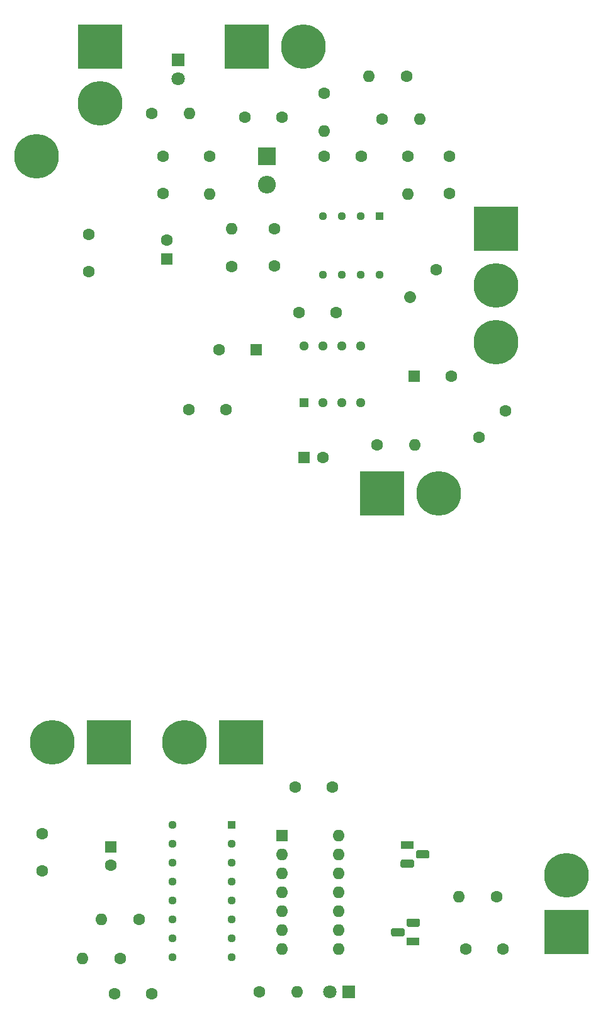
<source format=gbr>
G04 #@! TF.GenerationSoftware,KiCad,Pcbnew,5.1.5-1.fc30*
G04 #@! TF.CreationDate,2021-07-16T22:34:38+03:00*
G04 #@! TF.ProjectId,find-wire,66696e64-2d77-4697-9265-2e6b69636164,rev?*
G04 #@! TF.SameCoordinates,Original*
G04 #@! TF.FileFunction,Soldermask,Bot*
G04 #@! TF.FilePolarity,Negative*
%FSLAX46Y46*%
G04 Gerber Fmt 4.6, Leading zero omitted, Abs format (unit mm)*
G04 Created by KiCad (PCBNEW 5.1.5-1.fc30) date 2021-07-16 22:34:38*
%MOMM*%
%LPD*%
G04 APERTURE LIST*
%ADD10C,1.288000*%
%ADD11R,1.288000X1.288000*%
%ADD12C,1.130000*%
%ADD13R,1.130000X1.130000*%
%ADD14C,5.999480*%
%ADD15R,5.999480X5.999480*%
%ADD16O,1.600000X1.600000*%
%ADD17R,1.600000X1.600000*%
%ADD18C,1.600000*%
%ADD19C,1.600000*%
%ADD20R,1.800000X1.100000*%
%ADD21C,0.100000*%
%ADD22O,2.400000X2.400000*%
%ADD23R,2.400000X2.400000*%
%ADD24C,1.800000*%
%ADD25R,1.800000X1.800000*%
G04 APERTURE END LIST*
D10*
X80440000Y-63440000D03*
X82980000Y-63440000D03*
X85520000Y-63440000D03*
X88060000Y-63440000D03*
X88060000Y-71060000D03*
X85520000Y-71060000D03*
X82980000Y-71060000D03*
D11*
X80440000Y-71060000D03*
D12*
X90620000Y-53940000D03*
X88080000Y-53940000D03*
X85540000Y-53940000D03*
X83000000Y-53940000D03*
X83000000Y-46000000D03*
X85540000Y-46000000D03*
X88080000Y-46000000D03*
D13*
X90620000Y-46000000D03*
D12*
X62780000Y-127860000D03*
X62780000Y-130400000D03*
X62780000Y-132940000D03*
X62780000Y-135480000D03*
X62780000Y-138020000D03*
X62780000Y-140560000D03*
X62780000Y-143100000D03*
X62780000Y-145640000D03*
X70720000Y-145640000D03*
X70720000Y-143100000D03*
X70720000Y-140560000D03*
X70720000Y-138020000D03*
X70720000Y-135480000D03*
X70720000Y-132940000D03*
X70720000Y-130400000D03*
D13*
X70720000Y-127860000D03*
D14*
X115750000Y-134630000D03*
D15*
X115750000Y-142250000D03*
D16*
X85120000Y-129250000D03*
X77500000Y-144490000D03*
X85120000Y-131790000D03*
X77500000Y-141950000D03*
X85120000Y-134330000D03*
X77500000Y-139410000D03*
X85120000Y-136870000D03*
X77500000Y-136870000D03*
X85120000Y-139410000D03*
X77500000Y-134330000D03*
X85120000Y-141950000D03*
X77500000Y-131790000D03*
X85120000Y-144490000D03*
D17*
X77500000Y-129250000D03*
D14*
X53000000Y-30870000D03*
D15*
X53000000Y-23250000D03*
D14*
X64380000Y-116750000D03*
D15*
X72000000Y-116750000D03*
D14*
X106250000Y-62990000D03*
X106250000Y-55370000D03*
D15*
X106250000Y-47750000D03*
D16*
X67725895Y-43056319D03*
D18*
X67725895Y-37976319D03*
D16*
X65080000Y-32250000D03*
D18*
X60000000Y-32250000D03*
D16*
X95330000Y-76750000D03*
D18*
X90250000Y-76750000D03*
D19*
X94657898Y-56842102D02*
X94657898Y-56842102D01*
D18*
X98250000Y-53250000D03*
D16*
X70750000Y-47750000D03*
D18*
X70750000Y-52830000D03*
D16*
X96080000Y-33000000D03*
D18*
X91000000Y-33000000D03*
D16*
X83145652Y-34620079D03*
D18*
X83145652Y-29540079D03*
D16*
X89170000Y-27250000D03*
D18*
X94250000Y-27250000D03*
D16*
X94466364Y-43067554D03*
D18*
X94466364Y-37987554D03*
D16*
X101250000Y-137500000D03*
D18*
X106330000Y-137500000D03*
D16*
X79500000Y-150250000D03*
D18*
X74420000Y-150250000D03*
D16*
X53170000Y-140500000D03*
D18*
X58250000Y-140500000D03*
D16*
X50670000Y-145750000D03*
D18*
X55750000Y-145750000D03*
D20*
X95150000Y-143500000D03*
D21*
G36*
X95801955Y-140411324D02*
G01*
X95828650Y-140415284D01*
X95854828Y-140421841D01*
X95880238Y-140430933D01*
X95904634Y-140442472D01*
X95927782Y-140456346D01*
X95949458Y-140472422D01*
X95969454Y-140490546D01*
X95987578Y-140510542D01*
X96003654Y-140532218D01*
X96017528Y-140555366D01*
X96029067Y-140579762D01*
X96038159Y-140605172D01*
X96044716Y-140631350D01*
X96048676Y-140658045D01*
X96050000Y-140685000D01*
X96050000Y-141235000D01*
X96048676Y-141261955D01*
X96044716Y-141288650D01*
X96038159Y-141314828D01*
X96029067Y-141340238D01*
X96017528Y-141364634D01*
X96003654Y-141387782D01*
X95987578Y-141409458D01*
X95969454Y-141429454D01*
X95949458Y-141447578D01*
X95927782Y-141463654D01*
X95904634Y-141477528D01*
X95880238Y-141489067D01*
X95854828Y-141498159D01*
X95828650Y-141504716D01*
X95801955Y-141508676D01*
X95775000Y-141510000D01*
X94525000Y-141510000D01*
X94498045Y-141508676D01*
X94471350Y-141504716D01*
X94445172Y-141498159D01*
X94419762Y-141489067D01*
X94395366Y-141477528D01*
X94372218Y-141463654D01*
X94350542Y-141447578D01*
X94330546Y-141429454D01*
X94312422Y-141409458D01*
X94296346Y-141387782D01*
X94282472Y-141364634D01*
X94270933Y-141340238D01*
X94261841Y-141314828D01*
X94255284Y-141288650D01*
X94251324Y-141261955D01*
X94250000Y-141235000D01*
X94250000Y-140685000D01*
X94251324Y-140658045D01*
X94255284Y-140631350D01*
X94261841Y-140605172D01*
X94270933Y-140579762D01*
X94282472Y-140555366D01*
X94296346Y-140532218D01*
X94312422Y-140510542D01*
X94330546Y-140490546D01*
X94350542Y-140472422D01*
X94372218Y-140456346D01*
X94395366Y-140442472D01*
X94419762Y-140430933D01*
X94445172Y-140421841D01*
X94471350Y-140415284D01*
X94498045Y-140411324D01*
X94525000Y-140410000D01*
X95775000Y-140410000D01*
X95801955Y-140411324D01*
G37*
G36*
X93731955Y-141681324D02*
G01*
X93758650Y-141685284D01*
X93784828Y-141691841D01*
X93810238Y-141700933D01*
X93834634Y-141712472D01*
X93857782Y-141726346D01*
X93879458Y-141742422D01*
X93899454Y-141760546D01*
X93917578Y-141780542D01*
X93933654Y-141802218D01*
X93947528Y-141825366D01*
X93959067Y-141849762D01*
X93968159Y-141875172D01*
X93974716Y-141901350D01*
X93978676Y-141928045D01*
X93980000Y-141955000D01*
X93980000Y-142505000D01*
X93978676Y-142531955D01*
X93974716Y-142558650D01*
X93968159Y-142584828D01*
X93959067Y-142610238D01*
X93947528Y-142634634D01*
X93933654Y-142657782D01*
X93917578Y-142679458D01*
X93899454Y-142699454D01*
X93879458Y-142717578D01*
X93857782Y-142733654D01*
X93834634Y-142747528D01*
X93810238Y-142759067D01*
X93784828Y-142768159D01*
X93758650Y-142774716D01*
X93731955Y-142778676D01*
X93705000Y-142780000D01*
X92455000Y-142780000D01*
X92428045Y-142778676D01*
X92401350Y-142774716D01*
X92375172Y-142768159D01*
X92349762Y-142759067D01*
X92325366Y-142747528D01*
X92302218Y-142733654D01*
X92280542Y-142717578D01*
X92260546Y-142699454D01*
X92242422Y-142679458D01*
X92226346Y-142657782D01*
X92212472Y-142634634D01*
X92200933Y-142610238D01*
X92191841Y-142584828D01*
X92185284Y-142558650D01*
X92181324Y-142531955D01*
X92180000Y-142505000D01*
X92180000Y-141955000D01*
X92181324Y-141928045D01*
X92185284Y-141901350D01*
X92191841Y-141875172D01*
X92200933Y-141849762D01*
X92212472Y-141825366D01*
X92226346Y-141802218D01*
X92242422Y-141780542D01*
X92260546Y-141760546D01*
X92280542Y-141742422D01*
X92302218Y-141726346D01*
X92325366Y-141712472D01*
X92349762Y-141700933D01*
X92375172Y-141691841D01*
X92401350Y-141685284D01*
X92428045Y-141681324D01*
X92455000Y-141680000D01*
X93705000Y-141680000D01*
X93731955Y-141681324D01*
G37*
D20*
X94350000Y-130500000D03*
D21*
G36*
X95001955Y-132491324D02*
G01*
X95028650Y-132495284D01*
X95054828Y-132501841D01*
X95080238Y-132510933D01*
X95104634Y-132522472D01*
X95127782Y-132536346D01*
X95149458Y-132552422D01*
X95169454Y-132570546D01*
X95187578Y-132590542D01*
X95203654Y-132612218D01*
X95217528Y-132635366D01*
X95229067Y-132659762D01*
X95238159Y-132685172D01*
X95244716Y-132711350D01*
X95248676Y-132738045D01*
X95250000Y-132765000D01*
X95250000Y-133315000D01*
X95248676Y-133341955D01*
X95244716Y-133368650D01*
X95238159Y-133394828D01*
X95229067Y-133420238D01*
X95217528Y-133444634D01*
X95203654Y-133467782D01*
X95187578Y-133489458D01*
X95169454Y-133509454D01*
X95149458Y-133527578D01*
X95127782Y-133543654D01*
X95104634Y-133557528D01*
X95080238Y-133569067D01*
X95054828Y-133578159D01*
X95028650Y-133584716D01*
X95001955Y-133588676D01*
X94975000Y-133590000D01*
X93725000Y-133590000D01*
X93698045Y-133588676D01*
X93671350Y-133584716D01*
X93645172Y-133578159D01*
X93619762Y-133569067D01*
X93595366Y-133557528D01*
X93572218Y-133543654D01*
X93550542Y-133527578D01*
X93530546Y-133509454D01*
X93512422Y-133489458D01*
X93496346Y-133467782D01*
X93482472Y-133444634D01*
X93470933Y-133420238D01*
X93461841Y-133394828D01*
X93455284Y-133368650D01*
X93451324Y-133341955D01*
X93450000Y-133315000D01*
X93450000Y-132765000D01*
X93451324Y-132738045D01*
X93455284Y-132711350D01*
X93461841Y-132685172D01*
X93470933Y-132659762D01*
X93482472Y-132635366D01*
X93496346Y-132612218D01*
X93512422Y-132590542D01*
X93530546Y-132570546D01*
X93550542Y-132552422D01*
X93572218Y-132536346D01*
X93595366Y-132522472D01*
X93619762Y-132510933D01*
X93645172Y-132501841D01*
X93671350Y-132495284D01*
X93698045Y-132491324D01*
X93725000Y-132490000D01*
X94975000Y-132490000D01*
X95001955Y-132491324D01*
G37*
G36*
X97071955Y-131221324D02*
G01*
X97098650Y-131225284D01*
X97124828Y-131231841D01*
X97150238Y-131240933D01*
X97174634Y-131252472D01*
X97197782Y-131266346D01*
X97219458Y-131282422D01*
X97239454Y-131300546D01*
X97257578Y-131320542D01*
X97273654Y-131342218D01*
X97287528Y-131365366D01*
X97299067Y-131389762D01*
X97308159Y-131415172D01*
X97314716Y-131441350D01*
X97318676Y-131468045D01*
X97320000Y-131495000D01*
X97320000Y-132045000D01*
X97318676Y-132071955D01*
X97314716Y-132098650D01*
X97308159Y-132124828D01*
X97299067Y-132150238D01*
X97287528Y-132174634D01*
X97273654Y-132197782D01*
X97257578Y-132219458D01*
X97239454Y-132239454D01*
X97219458Y-132257578D01*
X97197782Y-132273654D01*
X97174634Y-132287528D01*
X97150238Y-132299067D01*
X97124828Y-132308159D01*
X97098650Y-132314716D01*
X97071955Y-132318676D01*
X97045000Y-132320000D01*
X95795000Y-132320000D01*
X95768045Y-132318676D01*
X95741350Y-132314716D01*
X95715172Y-132308159D01*
X95689762Y-132299067D01*
X95665366Y-132287528D01*
X95642218Y-132273654D01*
X95620542Y-132257578D01*
X95600546Y-132239454D01*
X95582422Y-132219458D01*
X95566346Y-132197782D01*
X95552472Y-132174634D01*
X95540933Y-132150238D01*
X95531841Y-132124828D01*
X95525284Y-132098650D01*
X95521324Y-132071955D01*
X95520000Y-132045000D01*
X95520000Y-131495000D01*
X95521324Y-131468045D01*
X95525284Y-131441350D01*
X95531841Y-131415172D01*
X95540933Y-131389762D01*
X95552472Y-131365366D01*
X95566346Y-131342218D01*
X95582422Y-131320542D01*
X95600546Y-131300546D01*
X95620542Y-131282422D01*
X95642218Y-131266346D01*
X95665366Y-131252472D01*
X95689762Y-131240933D01*
X95715172Y-131231841D01*
X95741350Y-131225284D01*
X95768045Y-131221324D01*
X95795000Y-131220000D01*
X97045000Y-131220000D01*
X97071955Y-131221324D01*
G37*
D14*
X98620000Y-83250000D03*
D15*
X91000000Y-83250000D03*
D22*
X75497751Y-41786319D03*
D23*
X75497751Y-37976319D03*
D24*
X63500000Y-27540000D03*
D25*
X63500000Y-25000000D03*
D24*
X83960000Y-150250000D03*
D25*
X86500000Y-150250000D03*
D18*
X62000000Y-49250000D03*
D17*
X62000000Y-51750000D03*
D18*
X65000000Y-72000000D03*
X70000000Y-72000000D03*
X51500000Y-53500000D03*
X51500000Y-48500000D03*
X79250000Y-122750000D03*
X84250000Y-122750000D03*
X45250000Y-134000000D03*
X45250000Y-129000000D03*
X54500000Y-133250000D03*
D17*
X54500000Y-130750000D03*
D18*
X61468893Y-37976319D03*
X61468893Y-42976319D03*
X107535534Y-72214466D03*
X104000000Y-75750000D03*
X83000000Y-78500000D03*
D17*
X80500000Y-78500000D03*
D18*
X100250000Y-67500000D03*
D17*
X95250000Y-67500000D03*
D18*
X69000000Y-64000000D03*
D17*
X74000000Y-64000000D03*
D18*
X79750000Y-59000000D03*
X84750000Y-59000000D03*
X76500000Y-47750000D03*
X76500000Y-52750000D03*
X72500000Y-32750000D03*
X77500000Y-32750000D03*
X100000000Y-38000000D03*
X100000000Y-43000000D03*
X88137669Y-37951685D03*
X83137669Y-37951685D03*
X102250000Y-144500000D03*
X107250000Y-144500000D03*
X55000000Y-150500000D03*
X60000000Y-150500000D03*
D14*
X80370000Y-23250000D03*
D15*
X72750000Y-23250000D03*
D14*
X46630000Y-116750000D03*
D15*
X54250000Y-116750000D03*
D14*
X44500000Y-38000000D03*
M02*

</source>
